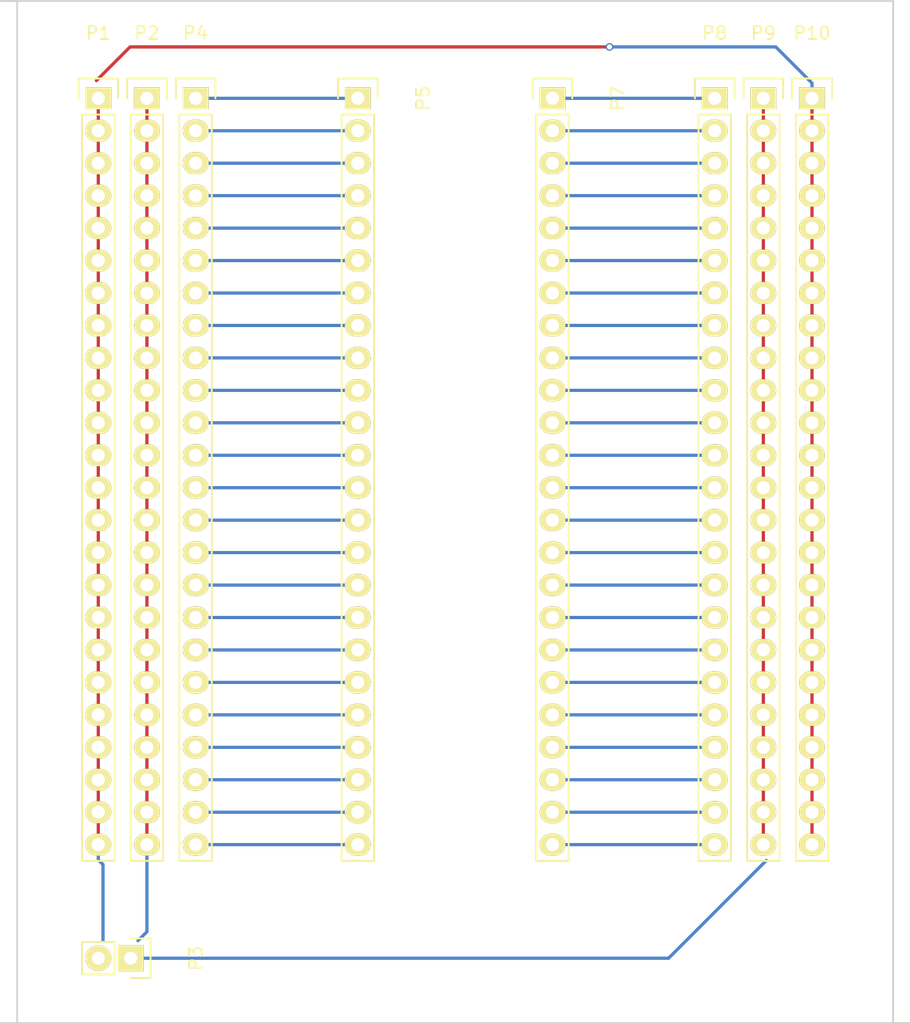
<source format=kicad_pcb>
(kicad_pcb (version 4) (host pcbnew 4.0.4-stable)

  (general
    (links 140)
    (no_connects 0)
    (area 94.026667 101.875 159.973334 180.293333)
    (thickness 1.6)
    (drawings 6)
    (tracks 154)
    (zones 0)
    (modules 9)
    (nets 55)
  )

  (page A4)
  (layers
    (0 F.Cu signal)
    (31 B.Cu signal)
    (32 B.Adhes user)
    (33 F.Adhes user)
    (34 B.Paste user)
    (35 F.Paste user)
    (36 B.SilkS user)
    (37 F.SilkS user)
    (38 B.Mask user)
    (39 F.Mask user)
    (40 Dwgs.User user)
    (41 Cmts.User user)
    (42 Eco1.User user)
    (43 Eco2.User user)
    (44 Edge.Cuts user)
    (45 Margin user)
    (46 B.CrtYd user)
    (47 F.CrtYd user)
    (48 B.Fab user)
    (49 F.Fab user)
  )

  (setup
    (last_trace_width 0.25)
    (trace_clearance 0.2)
    (zone_clearance 0.508)
    (zone_45_only no)
    (trace_min 0.2)
    (segment_width 0.2)
    (edge_width 0.15)
    (via_size 0.6)
    (via_drill 0.4)
    (via_min_size 0.4)
    (via_min_drill 0.3)
    (uvia_size 0.3)
    (uvia_drill 0.1)
    (uvias_allowed no)
    (uvia_min_size 0.2)
    (uvia_min_drill 0.1)
    (pcb_text_width 0.3)
    (pcb_text_size 1.5 1.5)
    (mod_edge_width 0.15)
    (mod_text_size 1 1)
    (mod_text_width 0.15)
    (pad_size 1.524 1.524)
    (pad_drill 0.762)
    (pad_to_mask_clearance 0.2)
    (aux_axis_origin 0 0)
    (visible_elements 7FFFFFFF)
    (pcbplotparams
      (layerselection 0x00030_80000001)
      (usegerberextensions false)
      (excludeedgelayer true)
      (linewidth 0.100000)
      (plotframeref false)
      (viasonmask false)
      (mode 1)
      (useauxorigin false)
      (hpglpennumber 1)
      (hpglpenspeed 20)
      (hpglpendiameter 15)
      (hpglpenoverlay 2)
      (psnegative false)
      (psa4output false)
      (plotreference true)
      (plotvalue true)
      (plotinvisibletext false)
      (padsonsilk false)
      (subtractmaskfromsilk false)
      (outputformat 1)
      (mirror false)
      (drillshape 1)
      (scaleselection 1)
      (outputdirectory ""))
  )

  (net 0 "")
  (net 1 "Net-(P1-Pad1)")
  (net 2 "Net-(P2-Pad1)")
  (net 3 "Net-(P4-Pad1)")
  (net 4 "Net-(P4-Pad2)")
  (net 5 "Net-(P4-Pad3)")
  (net 6 "Net-(P4-Pad4)")
  (net 7 "Net-(P4-Pad5)")
  (net 8 "Net-(P4-Pad6)")
  (net 9 "Net-(P4-Pad7)")
  (net 10 "Net-(P4-Pad8)")
  (net 11 "Net-(P4-Pad9)")
  (net 12 "Net-(P4-Pad10)")
  (net 13 "Net-(P4-Pad11)")
  (net 14 "Net-(P4-Pad12)")
  (net 15 "Net-(P4-Pad13)")
  (net 16 "Net-(P4-Pad14)")
  (net 17 "Net-(P4-Pad15)")
  (net 18 "Net-(P4-Pad16)")
  (net 19 "Net-(P4-Pad17)")
  (net 20 "Net-(P4-Pad18)")
  (net 21 "Net-(P4-Pad19)")
  (net 22 "Net-(P4-Pad20)")
  (net 23 "Net-(P4-Pad21)")
  (net 24 "Net-(P4-Pad22)")
  (net 25 "Net-(P4-Pad23)")
  (net 26 "Net-(P4-Pad24)")
  (net 27 "Net-(P7-Pad1)")
  (net 28 "Net-(P7-Pad2)")
  (net 29 "Net-(P7-Pad3)")
  (net 30 "Net-(P7-Pad4)")
  (net 31 "Net-(P7-Pad5)")
  (net 32 "Net-(P7-Pad6)")
  (net 33 "Net-(P7-Pad7)")
  (net 34 "Net-(P7-Pad8)")
  (net 35 "Net-(P7-Pad9)")
  (net 36 "Net-(P7-Pad10)")
  (net 37 "Net-(P7-Pad11)")
  (net 38 "Net-(P7-Pad12)")
  (net 39 "Net-(P7-Pad13)")
  (net 40 "Net-(P7-Pad14)")
  (net 41 "Net-(P7-Pad15)")
  (net 42 "Net-(P7-Pad16)")
  (net 43 "Net-(P7-Pad17)")
  (net 44 "Net-(P7-Pad18)")
  (net 45 "Net-(P7-Pad19)")
  (net 46 "Net-(P7-Pad20)")
  (net 47 "Net-(P7-Pad21)")
  (net 48 "Net-(P7-Pad22)")
  (net 49 "Net-(P7-Pad23)")
  (net 50 "Net-(P7-Pad24)")
  (net 51 "Net-(P10-Pad1)")
  (net 52 "Net-(P3-Pad1)")
  (net 53 "Net-(P3-Pad2)")
  (net 54 "Net-(P9-Pad1)")

  (net_class Default "This is the default net class."
    (clearance 0.2)
    (trace_width 0.25)
    (via_dia 0.6)
    (via_drill 0.4)
    (uvia_dia 0.3)
    (uvia_drill 0.1)
    (add_net "Net-(P1-Pad1)")
    (add_net "Net-(P10-Pad1)")
    (add_net "Net-(P2-Pad1)")
    (add_net "Net-(P3-Pad1)")
    (add_net "Net-(P3-Pad2)")
    (add_net "Net-(P4-Pad1)")
    (add_net "Net-(P4-Pad10)")
    (add_net "Net-(P4-Pad11)")
    (add_net "Net-(P4-Pad12)")
    (add_net "Net-(P4-Pad13)")
    (add_net "Net-(P4-Pad14)")
    (add_net "Net-(P4-Pad15)")
    (add_net "Net-(P4-Pad16)")
    (add_net "Net-(P4-Pad17)")
    (add_net "Net-(P4-Pad18)")
    (add_net "Net-(P4-Pad19)")
    (add_net "Net-(P4-Pad2)")
    (add_net "Net-(P4-Pad20)")
    (add_net "Net-(P4-Pad21)")
    (add_net "Net-(P4-Pad22)")
    (add_net "Net-(P4-Pad23)")
    (add_net "Net-(P4-Pad24)")
    (add_net "Net-(P4-Pad3)")
    (add_net "Net-(P4-Pad4)")
    (add_net "Net-(P4-Pad5)")
    (add_net "Net-(P4-Pad6)")
    (add_net "Net-(P4-Pad7)")
    (add_net "Net-(P4-Pad8)")
    (add_net "Net-(P4-Pad9)")
    (add_net "Net-(P7-Pad1)")
    (add_net "Net-(P7-Pad10)")
    (add_net "Net-(P7-Pad11)")
    (add_net "Net-(P7-Pad12)")
    (add_net "Net-(P7-Pad13)")
    (add_net "Net-(P7-Pad14)")
    (add_net "Net-(P7-Pad15)")
    (add_net "Net-(P7-Pad16)")
    (add_net "Net-(P7-Pad17)")
    (add_net "Net-(P7-Pad18)")
    (add_net "Net-(P7-Pad19)")
    (add_net "Net-(P7-Pad2)")
    (add_net "Net-(P7-Pad20)")
    (add_net "Net-(P7-Pad21)")
    (add_net "Net-(P7-Pad22)")
    (add_net "Net-(P7-Pad23)")
    (add_net "Net-(P7-Pad24)")
    (add_net "Net-(P7-Pad3)")
    (add_net "Net-(P7-Pad4)")
    (add_net "Net-(P7-Pad5)")
    (add_net "Net-(P7-Pad6)")
    (add_net "Net-(P7-Pad7)")
    (add_net "Net-(P7-Pad8)")
    (add_net "Net-(P7-Pad9)")
    (add_net "Net-(P9-Pad1)")
  )

  (module Pin_Headers:Pin_Header_Straight_1x24 (layer F.Cu) (tedit 0) (tstamp 57F39482)
    (at 99.06 107.95)
    (descr "Through hole pin header")
    (tags "pin header")
    (path /57F3CD0C)
    (fp_text reference P1 (at 0 -5.1) (layer F.SilkS)
      (effects (font (size 1 1) (thickness 0.15)))
    )
    (fp_text value CONN_01X24 (at 0 -3.1) (layer F.Fab)
      (effects (font (size 1 1) (thickness 0.15)))
    )
    (fp_line (start -1.75 -1.75) (end -1.75 60.2) (layer F.CrtYd) (width 0.05))
    (fp_line (start 1.75 -1.75) (end 1.75 60.2) (layer F.CrtYd) (width 0.05))
    (fp_line (start -1.75 -1.75) (end 1.75 -1.75) (layer F.CrtYd) (width 0.05))
    (fp_line (start -1.75 60.2) (end 1.75 60.2) (layer F.CrtYd) (width 0.05))
    (fp_line (start 1.27 1.27) (end 1.27 59.69) (layer F.SilkS) (width 0.15))
    (fp_line (start -1.27 1.27) (end -1.27 59.69) (layer F.SilkS) (width 0.15))
    (fp_line (start -1.27 59.69) (end 1.27 59.69) (layer F.SilkS) (width 0.15))
    (fp_line (start 1.55 -1.55) (end 1.55 0) (layer F.SilkS) (width 0.15))
    (fp_line (start 1.27 1.27) (end -1.27 1.27) (layer F.SilkS) (width 0.15))
    (fp_line (start -1.55 0) (end -1.55 -1.55) (layer F.SilkS) (width 0.15))
    (fp_line (start -1.55 -1.55) (end 1.55 -1.55) (layer F.SilkS) (width 0.15))
    (pad 1 thru_hole rect (at 0 0) (size 2.032 1.7272) (drill 1.016) (layers *.Cu *.Mask F.SilkS)
      (net 1 "Net-(P1-Pad1)"))
    (pad 2 thru_hole oval (at 0 2.54) (size 2.032 1.7272) (drill 1.016) (layers *.Cu *.Mask F.SilkS)
      (net 1 "Net-(P1-Pad1)"))
    (pad 3 thru_hole oval (at 0 5.08) (size 2.032 1.7272) (drill 1.016) (layers *.Cu *.Mask F.SilkS)
      (net 1 "Net-(P1-Pad1)"))
    (pad 4 thru_hole oval (at 0 7.62) (size 2.032 1.7272) (drill 1.016) (layers *.Cu *.Mask F.SilkS)
      (net 1 "Net-(P1-Pad1)"))
    (pad 5 thru_hole oval (at 0 10.16) (size 2.032 1.7272) (drill 1.016) (layers *.Cu *.Mask F.SilkS)
      (net 1 "Net-(P1-Pad1)"))
    (pad 6 thru_hole oval (at 0 12.7) (size 2.032 1.7272) (drill 1.016) (layers *.Cu *.Mask F.SilkS)
      (net 1 "Net-(P1-Pad1)"))
    (pad 7 thru_hole oval (at 0 15.24) (size 2.032 1.7272) (drill 1.016) (layers *.Cu *.Mask F.SilkS)
      (net 1 "Net-(P1-Pad1)"))
    (pad 8 thru_hole oval (at 0 17.78) (size 2.032 1.7272) (drill 1.016) (layers *.Cu *.Mask F.SilkS)
      (net 1 "Net-(P1-Pad1)"))
    (pad 9 thru_hole oval (at 0 20.32) (size 2.032 1.7272) (drill 1.016) (layers *.Cu *.Mask F.SilkS)
      (net 1 "Net-(P1-Pad1)"))
    (pad 10 thru_hole oval (at 0 22.86) (size 2.032 1.7272) (drill 1.016) (layers *.Cu *.Mask F.SilkS)
      (net 1 "Net-(P1-Pad1)"))
    (pad 11 thru_hole oval (at 0 25.4) (size 2.032 1.7272) (drill 1.016) (layers *.Cu *.Mask F.SilkS)
      (net 1 "Net-(P1-Pad1)"))
    (pad 12 thru_hole oval (at 0 27.94) (size 2.032 1.7272) (drill 1.016) (layers *.Cu *.Mask F.SilkS)
      (net 1 "Net-(P1-Pad1)"))
    (pad 13 thru_hole oval (at 0 30.48) (size 2.032 1.7272) (drill 1.016) (layers *.Cu *.Mask F.SilkS)
      (net 1 "Net-(P1-Pad1)"))
    (pad 14 thru_hole oval (at 0 33.02) (size 2.032 1.7272) (drill 1.016) (layers *.Cu *.Mask F.SilkS)
      (net 1 "Net-(P1-Pad1)"))
    (pad 15 thru_hole oval (at 0 35.56) (size 2.032 1.7272) (drill 1.016) (layers *.Cu *.Mask F.SilkS)
      (net 1 "Net-(P1-Pad1)"))
    (pad 16 thru_hole oval (at 0 38.1) (size 2.032 1.7272) (drill 1.016) (layers *.Cu *.Mask F.SilkS)
      (net 1 "Net-(P1-Pad1)"))
    (pad 17 thru_hole oval (at 0 40.64) (size 2.032 1.7272) (drill 1.016) (layers *.Cu *.Mask F.SilkS)
      (net 1 "Net-(P1-Pad1)"))
    (pad 18 thru_hole oval (at 0 43.18) (size 2.032 1.7272) (drill 1.016) (layers *.Cu *.Mask F.SilkS)
      (net 1 "Net-(P1-Pad1)"))
    (pad 19 thru_hole oval (at 0 45.72) (size 2.032 1.7272) (drill 1.016) (layers *.Cu *.Mask F.SilkS)
      (net 1 "Net-(P1-Pad1)"))
    (pad 20 thru_hole oval (at 0 48.26) (size 2.032 1.7272) (drill 1.016) (layers *.Cu *.Mask F.SilkS)
      (net 1 "Net-(P1-Pad1)"))
    (pad 21 thru_hole oval (at 0 50.8) (size 2.032 1.7272) (drill 1.016) (layers *.Cu *.Mask F.SilkS)
      (net 1 "Net-(P1-Pad1)"))
    (pad 22 thru_hole oval (at 0 53.34) (size 2.032 1.7272) (drill 1.016) (layers *.Cu *.Mask F.SilkS)
      (net 1 "Net-(P1-Pad1)"))
    (pad 23 thru_hole oval (at 0 55.88) (size 2.032 1.7272) (drill 1.016) (layers *.Cu *.Mask F.SilkS)
      (net 1 "Net-(P1-Pad1)"))
    (pad 24 thru_hole oval (at 0 58.42) (size 2.032 1.7272) (drill 1.016) (layers *.Cu *.Mask F.SilkS)
      (net 1 "Net-(P1-Pad1)"))
    (model Pin_Headers.3dshapes/Pin_Header_Straight_1x24.wrl
      (at (xyz 0 -1.15 0))
      (scale (xyz 1 1 1))
      (rotate (xyz 0 0 90))
    )
  )

  (module Pin_Headers:Pin_Header_Straight_1x24 (layer F.Cu) (tedit 0) (tstamp 57F3949E)
    (at 102.87 107.95)
    (descr "Through hole pin header")
    (tags "pin header")
    (path /57F3E312)
    (fp_text reference P2 (at 0 -5.1) (layer F.SilkS)
      (effects (font (size 1 1) (thickness 0.15)))
    )
    (fp_text value CONN_01X24 (at 0 -3.1) (layer F.Fab)
      (effects (font (size 1 1) (thickness 0.15)))
    )
    (fp_line (start -1.75 -1.75) (end -1.75 60.2) (layer F.CrtYd) (width 0.05))
    (fp_line (start 1.75 -1.75) (end 1.75 60.2) (layer F.CrtYd) (width 0.05))
    (fp_line (start -1.75 -1.75) (end 1.75 -1.75) (layer F.CrtYd) (width 0.05))
    (fp_line (start -1.75 60.2) (end 1.75 60.2) (layer F.CrtYd) (width 0.05))
    (fp_line (start 1.27 1.27) (end 1.27 59.69) (layer F.SilkS) (width 0.15))
    (fp_line (start -1.27 1.27) (end -1.27 59.69) (layer F.SilkS) (width 0.15))
    (fp_line (start -1.27 59.69) (end 1.27 59.69) (layer F.SilkS) (width 0.15))
    (fp_line (start 1.55 -1.55) (end 1.55 0) (layer F.SilkS) (width 0.15))
    (fp_line (start 1.27 1.27) (end -1.27 1.27) (layer F.SilkS) (width 0.15))
    (fp_line (start -1.55 0) (end -1.55 -1.55) (layer F.SilkS) (width 0.15))
    (fp_line (start -1.55 -1.55) (end 1.55 -1.55) (layer F.SilkS) (width 0.15))
    (pad 1 thru_hole rect (at 0 0) (size 2.032 1.7272) (drill 1.016) (layers *.Cu *.Mask F.SilkS)
      (net 2 "Net-(P2-Pad1)"))
    (pad 2 thru_hole oval (at 0 2.54) (size 2.032 1.7272) (drill 1.016) (layers *.Cu *.Mask F.SilkS)
      (net 2 "Net-(P2-Pad1)"))
    (pad 3 thru_hole oval (at 0 5.08) (size 2.032 1.7272) (drill 1.016) (layers *.Cu *.Mask F.SilkS)
      (net 2 "Net-(P2-Pad1)"))
    (pad 4 thru_hole oval (at 0 7.62) (size 2.032 1.7272) (drill 1.016) (layers *.Cu *.Mask F.SilkS)
      (net 2 "Net-(P2-Pad1)"))
    (pad 5 thru_hole oval (at 0 10.16) (size 2.032 1.7272) (drill 1.016) (layers *.Cu *.Mask F.SilkS)
      (net 2 "Net-(P2-Pad1)"))
    (pad 6 thru_hole oval (at 0 12.7) (size 2.032 1.7272) (drill 1.016) (layers *.Cu *.Mask F.SilkS)
      (net 2 "Net-(P2-Pad1)"))
    (pad 7 thru_hole oval (at 0 15.24) (size 2.032 1.7272) (drill 1.016) (layers *.Cu *.Mask F.SilkS)
      (net 2 "Net-(P2-Pad1)"))
    (pad 8 thru_hole oval (at 0 17.78) (size 2.032 1.7272) (drill 1.016) (layers *.Cu *.Mask F.SilkS)
      (net 2 "Net-(P2-Pad1)"))
    (pad 9 thru_hole oval (at 0 20.32) (size 2.032 1.7272) (drill 1.016) (layers *.Cu *.Mask F.SilkS)
      (net 2 "Net-(P2-Pad1)"))
    (pad 10 thru_hole oval (at 0 22.86) (size 2.032 1.7272) (drill 1.016) (layers *.Cu *.Mask F.SilkS)
      (net 2 "Net-(P2-Pad1)"))
    (pad 11 thru_hole oval (at 0 25.4) (size 2.032 1.7272) (drill 1.016) (layers *.Cu *.Mask F.SilkS)
      (net 2 "Net-(P2-Pad1)"))
    (pad 12 thru_hole oval (at 0 27.94) (size 2.032 1.7272) (drill 1.016) (layers *.Cu *.Mask F.SilkS)
      (net 2 "Net-(P2-Pad1)"))
    (pad 13 thru_hole oval (at 0 30.48) (size 2.032 1.7272) (drill 1.016) (layers *.Cu *.Mask F.SilkS)
      (net 2 "Net-(P2-Pad1)"))
    (pad 14 thru_hole oval (at 0 33.02) (size 2.032 1.7272) (drill 1.016) (layers *.Cu *.Mask F.SilkS)
      (net 2 "Net-(P2-Pad1)"))
    (pad 15 thru_hole oval (at 0 35.56) (size 2.032 1.7272) (drill 1.016) (layers *.Cu *.Mask F.SilkS)
      (net 2 "Net-(P2-Pad1)"))
    (pad 16 thru_hole oval (at 0 38.1) (size 2.032 1.7272) (drill 1.016) (layers *.Cu *.Mask F.SilkS)
      (net 2 "Net-(P2-Pad1)"))
    (pad 17 thru_hole oval (at 0 40.64) (size 2.032 1.7272) (drill 1.016) (layers *.Cu *.Mask F.SilkS)
      (net 2 "Net-(P2-Pad1)"))
    (pad 18 thru_hole oval (at 0 43.18) (size 2.032 1.7272) (drill 1.016) (layers *.Cu *.Mask F.SilkS)
      (net 2 "Net-(P2-Pad1)"))
    (pad 19 thru_hole oval (at 0 45.72) (size 2.032 1.7272) (drill 1.016) (layers *.Cu *.Mask F.SilkS)
      (net 2 "Net-(P2-Pad1)"))
    (pad 20 thru_hole oval (at 0 48.26) (size 2.032 1.7272) (drill 1.016) (layers *.Cu *.Mask F.SilkS)
      (net 2 "Net-(P2-Pad1)"))
    (pad 21 thru_hole oval (at 0 50.8) (size 2.032 1.7272) (drill 1.016) (layers *.Cu *.Mask F.SilkS)
      (net 2 "Net-(P2-Pad1)"))
    (pad 22 thru_hole oval (at 0 53.34) (size 2.032 1.7272) (drill 1.016) (layers *.Cu *.Mask F.SilkS)
      (net 2 "Net-(P2-Pad1)"))
    (pad 23 thru_hole oval (at 0 55.88) (size 2.032 1.7272) (drill 1.016) (layers *.Cu *.Mask F.SilkS)
      (net 2 "Net-(P2-Pad1)"))
    (pad 24 thru_hole oval (at 0 58.42) (size 2.032 1.7272) (drill 1.016) (layers *.Cu *.Mask F.SilkS)
      (net 2 "Net-(P2-Pad1)"))
    (model Pin_Headers.3dshapes/Pin_Header_Straight_1x24.wrl
      (at (xyz 0 -1.15 0))
      (scale (xyz 1 1 1))
      (rotate (xyz 0 0 90))
    )
  )

  (module Pin_Headers:Pin_Header_Straight_1x02 (layer F.Cu) (tedit 54EA090C) (tstamp 57F394A4)
    (at 101.6 175.26 270)
    (descr "Through hole pin header")
    (tags "pin header")
    (path /57F329D4)
    (fp_text reference P3 (at 0 -5.1 270) (layer F.SilkS)
      (effects (font (size 1 1) (thickness 0.15)))
    )
    (fp_text value CONN_01X02 (at 0 -3.1 270) (layer F.Fab)
      (effects (font (size 1 1) (thickness 0.15)))
    )
    (fp_line (start 1.27 1.27) (end 1.27 3.81) (layer F.SilkS) (width 0.15))
    (fp_line (start 1.55 -1.55) (end 1.55 0) (layer F.SilkS) (width 0.15))
    (fp_line (start -1.75 -1.75) (end -1.75 4.3) (layer F.CrtYd) (width 0.05))
    (fp_line (start 1.75 -1.75) (end 1.75 4.3) (layer F.CrtYd) (width 0.05))
    (fp_line (start -1.75 -1.75) (end 1.75 -1.75) (layer F.CrtYd) (width 0.05))
    (fp_line (start -1.75 4.3) (end 1.75 4.3) (layer F.CrtYd) (width 0.05))
    (fp_line (start 1.27 1.27) (end -1.27 1.27) (layer F.SilkS) (width 0.15))
    (fp_line (start -1.55 0) (end -1.55 -1.55) (layer F.SilkS) (width 0.15))
    (fp_line (start -1.55 -1.55) (end 1.55 -1.55) (layer F.SilkS) (width 0.15))
    (fp_line (start -1.27 1.27) (end -1.27 3.81) (layer F.SilkS) (width 0.15))
    (fp_line (start -1.27 3.81) (end 1.27 3.81) (layer F.SilkS) (width 0.15))
    (pad 1 thru_hole rect (at 0 0 270) (size 2.032 2.032) (drill 1.016) (layers *.Cu *.Mask F.SilkS)
      (net 52 "Net-(P3-Pad1)"))
    (pad 2 thru_hole oval (at 0 2.54 270) (size 2.032 2.032) (drill 1.016) (layers *.Cu *.Mask F.SilkS)
      (net 53 "Net-(P3-Pad2)"))
    (model Pin_Headers.3dshapes/Pin_Header_Straight_1x02.wrl
      (at (xyz 0 -0.05 0))
      (scale (xyz 1 1 1))
      (rotate (xyz 0 0 90))
    )
  )

  (module Pin_Headers:Pin_Header_Straight_1x24 (layer F.Cu) (tedit 0) (tstamp 57F394C0)
    (at 106.68 107.95)
    (descr "Through hole pin header")
    (tags "pin header")
    (path /57F3265A)
    (fp_text reference P4 (at 0 -5.1) (layer F.SilkS)
      (effects (font (size 1 1) (thickness 0.15)))
    )
    (fp_text value CONN_01X24 (at 0 -3.1) (layer F.Fab)
      (effects (font (size 1 1) (thickness 0.15)))
    )
    (fp_line (start -1.75 -1.75) (end -1.75 60.2) (layer F.CrtYd) (width 0.05))
    (fp_line (start 1.75 -1.75) (end 1.75 60.2) (layer F.CrtYd) (width 0.05))
    (fp_line (start -1.75 -1.75) (end 1.75 -1.75) (layer F.CrtYd) (width 0.05))
    (fp_line (start -1.75 60.2) (end 1.75 60.2) (layer F.CrtYd) (width 0.05))
    (fp_line (start 1.27 1.27) (end 1.27 59.69) (layer F.SilkS) (width 0.15))
    (fp_line (start -1.27 1.27) (end -1.27 59.69) (layer F.SilkS) (width 0.15))
    (fp_line (start -1.27 59.69) (end 1.27 59.69) (layer F.SilkS) (width 0.15))
    (fp_line (start 1.55 -1.55) (end 1.55 0) (layer F.SilkS) (width 0.15))
    (fp_line (start 1.27 1.27) (end -1.27 1.27) (layer F.SilkS) (width 0.15))
    (fp_line (start -1.55 0) (end -1.55 -1.55) (layer F.SilkS) (width 0.15))
    (fp_line (start -1.55 -1.55) (end 1.55 -1.55) (layer F.SilkS) (width 0.15))
    (pad 1 thru_hole rect (at 0 0) (size 2.032 1.7272) (drill 1.016) (layers *.Cu *.Mask F.SilkS)
      (net 3 "Net-(P4-Pad1)"))
    (pad 2 thru_hole oval (at 0 2.54) (size 2.032 1.7272) (drill 1.016) (layers *.Cu *.Mask F.SilkS)
      (net 4 "Net-(P4-Pad2)"))
    (pad 3 thru_hole oval (at 0 5.08) (size 2.032 1.7272) (drill 1.016) (layers *.Cu *.Mask F.SilkS)
      (net 5 "Net-(P4-Pad3)"))
    (pad 4 thru_hole oval (at 0 7.62) (size 2.032 1.7272) (drill 1.016) (layers *.Cu *.Mask F.SilkS)
      (net 6 "Net-(P4-Pad4)"))
    (pad 5 thru_hole oval (at 0 10.16) (size 2.032 1.7272) (drill 1.016) (layers *.Cu *.Mask F.SilkS)
      (net 7 "Net-(P4-Pad5)"))
    (pad 6 thru_hole oval (at 0 12.7) (size 2.032 1.7272) (drill 1.016) (layers *.Cu *.Mask F.SilkS)
      (net 8 "Net-(P4-Pad6)"))
    (pad 7 thru_hole oval (at 0 15.24) (size 2.032 1.7272) (drill 1.016) (layers *.Cu *.Mask F.SilkS)
      (net 9 "Net-(P4-Pad7)"))
    (pad 8 thru_hole oval (at 0 17.78) (size 2.032 1.7272) (drill 1.016) (layers *.Cu *.Mask F.SilkS)
      (net 10 "Net-(P4-Pad8)"))
    (pad 9 thru_hole oval (at 0 20.32) (size 2.032 1.7272) (drill 1.016) (layers *.Cu *.Mask F.SilkS)
      (net 11 "Net-(P4-Pad9)"))
    (pad 10 thru_hole oval (at 0 22.86) (size 2.032 1.7272) (drill 1.016) (layers *.Cu *.Mask F.SilkS)
      (net 12 "Net-(P4-Pad10)"))
    (pad 11 thru_hole oval (at 0 25.4) (size 2.032 1.7272) (drill 1.016) (layers *.Cu *.Mask F.SilkS)
      (net 13 "Net-(P4-Pad11)"))
    (pad 12 thru_hole oval (at 0 27.94) (size 2.032 1.7272) (drill 1.016) (layers *.Cu *.Mask F.SilkS)
      (net 14 "Net-(P4-Pad12)"))
    (pad 13 thru_hole oval (at 0 30.48) (size 2.032 1.7272) (drill 1.016) (layers *.Cu *.Mask F.SilkS)
      (net 15 "Net-(P4-Pad13)"))
    (pad 14 thru_hole oval (at 0 33.02) (size 2.032 1.7272) (drill 1.016) (layers *.Cu *.Mask F.SilkS)
      (net 16 "Net-(P4-Pad14)"))
    (pad 15 thru_hole oval (at 0 35.56) (size 2.032 1.7272) (drill 1.016) (layers *.Cu *.Mask F.SilkS)
      (net 17 "Net-(P4-Pad15)"))
    (pad 16 thru_hole oval (at 0 38.1) (size 2.032 1.7272) (drill 1.016) (layers *.Cu *.Mask F.SilkS)
      (net 18 "Net-(P4-Pad16)"))
    (pad 17 thru_hole oval (at 0 40.64) (size 2.032 1.7272) (drill 1.016) (layers *.Cu *.Mask F.SilkS)
      (net 19 "Net-(P4-Pad17)"))
    (pad 18 thru_hole oval (at 0 43.18) (size 2.032 1.7272) (drill 1.016) (layers *.Cu *.Mask F.SilkS)
      (net 20 "Net-(P4-Pad18)"))
    (pad 19 thru_hole oval (at 0 45.72) (size 2.032 1.7272) (drill 1.016) (layers *.Cu *.Mask F.SilkS)
      (net 21 "Net-(P4-Pad19)"))
    (pad 20 thru_hole oval (at 0 48.26) (size 2.032 1.7272) (drill 1.016) (layers *.Cu *.Mask F.SilkS)
      (net 22 "Net-(P4-Pad20)"))
    (pad 21 thru_hole oval (at 0 50.8) (size 2.032 1.7272) (drill 1.016) (layers *.Cu *.Mask F.SilkS)
      (net 23 "Net-(P4-Pad21)"))
    (pad 22 thru_hole oval (at 0 53.34) (size 2.032 1.7272) (drill 1.016) (layers *.Cu *.Mask F.SilkS)
      (net 24 "Net-(P4-Pad22)"))
    (pad 23 thru_hole oval (at 0 55.88) (size 2.032 1.7272) (drill 1.016) (layers *.Cu *.Mask F.SilkS)
      (net 25 "Net-(P4-Pad23)"))
    (pad 24 thru_hole oval (at 0 58.42) (size 2.032 1.7272) (drill 1.016) (layers *.Cu *.Mask F.SilkS)
      (net 26 "Net-(P4-Pad24)"))
    (model Pin_Headers.3dshapes/Pin_Header_Straight_1x24.wrl
      (at (xyz 0 -1.15 0))
      (scale (xyz 1 1 1))
      (rotate (xyz 0 0 90))
    )
  )

  (module Socket_Strips:Socket_Strip_Straight_1x24 (layer F.Cu) (tedit 0) (tstamp 57F394DC)
    (at 119.38 107.95 270)
    (descr "Through hole socket strip")
    (tags "socket strip")
    (path /57F31F19)
    (fp_text reference P5 (at 0 -5.1 270) (layer F.SilkS)
      (effects (font (size 1 1) (thickness 0.15)))
    )
    (fp_text value CONN_01X24 (at 0 -3.1 270) (layer F.Fab)
      (effects (font (size 1 1) (thickness 0.15)))
    )
    (fp_line (start -1.75 -1.75) (end -1.75 1.75) (layer F.CrtYd) (width 0.05))
    (fp_line (start 60.2 -1.75) (end 60.2 1.75) (layer F.CrtYd) (width 0.05))
    (fp_line (start -1.75 -1.75) (end 60.2 -1.75) (layer F.CrtYd) (width 0.05))
    (fp_line (start -1.75 1.75) (end 60.2 1.75) (layer F.CrtYd) (width 0.05))
    (fp_line (start 1.27 1.27) (end 59.69 1.27) (layer F.SilkS) (width 0.15))
    (fp_line (start 1.27 -1.27) (end 59.69 -1.27) (layer F.SilkS) (width 0.15))
    (fp_line (start 59.69 -1.27) (end 59.69 1.27) (layer F.SilkS) (width 0.15))
    (fp_line (start -1.55 1.55) (end 0 1.55) (layer F.SilkS) (width 0.15))
    (fp_line (start 1.27 1.27) (end 1.27 -1.27) (layer F.SilkS) (width 0.15))
    (fp_line (start 0 -1.55) (end -1.55 -1.55) (layer F.SilkS) (width 0.15))
    (fp_line (start -1.55 -1.55) (end -1.55 1.55) (layer F.SilkS) (width 0.15))
    (pad 1 thru_hole rect (at 0 0 270) (size 1.7272 2.032) (drill 1.016) (layers *.Cu *.Mask F.SilkS)
      (net 3 "Net-(P4-Pad1)"))
    (pad 2 thru_hole oval (at 2.54 0 270) (size 1.7272 2.032) (drill 1.016) (layers *.Cu *.Mask F.SilkS)
      (net 4 "Net-(P4-Pad2)"))
    (pad 3 thru_hole oval (at 5.08 0 270) (size 1.7272 2.032) (drill 1.016) (layers *.Cu *.Mask F.SilkS)
      (net 5 "Net-(P4-Pad3)"))
    (pad 4 thru_hole oval (at 7.62 0 270) (size 1.7272 2.032) (drill 1.016) (layers *.Cu *.Mask F.SilkS)
      (net 6 "Net-(P4-Pad4)"))
    (pad 5 thru_hole oval (at 10.16 0 270) (size 1.7272 2.032) (drill 1.016) (layers *.Cu *.Mask F.SilkS)
      (net 7 "Net-(P4-Pad5)"))
    (pad 6 thru_hole oval (at 12.7 0 270) (size 1.7272 2.032) (drill 1.016) (layers *.Cu *.Mask F.SilkS)
      (net 8 "Net-(P4-Pad6)"))
    (pad 7 thru_hole oval (at 15.24 0 270) (size 1.7272 2.032) (drill 1.016) (layers *.Cu *.Mask F.SilkS)
      (net 9 "Net-(P4-Pad7)"))
    (pad 8 thru_hole oval (at 17.78 0 270) (size 1.7272 2.032) (drill 1.016) (layers *.Cu *.Mask F.SilkS)
      (net 10 "Net-(P4-Pad8)"))
    (pad 9 thru_hole oval (at 20.32 0 270) (size 1.7272 2.032) (drill 1.016) (layers *.Cu *.Mask F.SilkS)
      (net 11 "Net-(P4-Pad9)"))
    (pad 10 thru_hole oval (at 22.86 0 270) (size 1.7272 2.032) (drill 1.016) (layers *.Cu *.Mask F.SilkS)
      (net 12 "Net-(P4-Pad10)"))
    (pad 11 thru_hole oval (at 25.4 0 270) (size 1.7272 2.032) (drill 1.016) (layers *.Cu *.Mask F.SilkS)
      (net 13 "Net-(P4-Pad11)"))
    (pad 12 thru_hole oval (at 27.94 0 270) (size 1.7272 2.032) (drill 1.016) (layers *.Cu *.Mask F.SilkS)
      (net 14 "Net-(P4-Pad12)"))
    (pad 13 thru_hole oval (at 30.48 0 270) (size 1.7272 2.032) (drill 1.016) (layers *.Cu *.Mask F.SilkS)
      (net 15 "Net-(P4-Pad13)"))
    (pad 14 thru_hole oval (at 33.02 0 270) (size 1.7272 2.032) (drill 1.016) (layers *.Cu *.Mask F.SilkS)
      (net 16 "Net-(P4-Pad14)"))
    (pad 15 thru_hole oval (at 35.56 0 270) (size 1.7272 2.032) (drill 1.016) (layers *.Cu *.Mask F.SilkS)
      (net 17 "Net-(P4-Pad15)"))
    (pad 16 thru_hole oval (at 38.1 0 270) (size 1.7272 2.032) (drill 1.016) (layers *.Cu *.Mask F.SilkS)
      (net 18 "Net-(P4-Pad16)"))
    (pad 17 thru_hole oval (at 40.64 0 270) (size 1.7272 2.032) (drill 1.016) (layers *.Cu *.Mask F.SilkS)
      (net 19 "Net-(P4-Pad17)"))
    (pad 18 thru_hole oval (at 43.18 0 270) (size 1.7272 2.032) (drill 1.016) (layers *.Cu *.Mask F.SilkS)
      (net 20 "Net-(P4-Pad18)"))
    (pad 19 thru_hole oval (at 45.72 0 270) (size 1.7272 2.032) (drill 1.016) (layers *.Cu *.Mask F.SilkS)
      (net 21 "Net-(P4-Pad19)"))
    (pad 20 thru_hole oval (at 48.26 0 270) (size 1.7272 2.032) (drill 1.016) (layers *.Cu *.Mask F.SilkS)
      (net 22 "Net-(P4-Pad20)"))
    (pad 21 thru_hole oval (at 50.8 0 270) (size 1.7272 2.032) (drill 1.016) (layers *.Cu *.Mask F.SilkS)
      (net 23 "Net-(P4-Pad21)"))
    (pad 22 thru_hole oval (at 53.34 0 270) (size 1.7272 2.032) (drill 1.016) (layers *.Cu *.Mask F.SilkS)
      (net 24 "Net-(P4-Pad22)"))
    (pad 23 thru_hole oval (at 55.88 0 270) (size 1.7272 2.032) (drill 1.016) (layers *.Cu *.Mask F.SilkS)
      (net 25 "Net-(P4-Pad23)"))
    (pad 24 thru_hole oval (at 58.42 0 270) (size 1.7272 2.032) (drill 1.016) (layers *.Cu *.Mask F.SilkS)
      (net 26 "Net-(P4-Pad24)"))
    (model Socket_Strips.3dshapes/Socket_Strip_Straight_1x24.wrl
      (at (xyz 1.15 0 0))
      (scale (xyz 1 1 1))
      (rotate (xyz 0 0 180))
    )
  )

  (module Socket_Strips:Socket_Strip_Straight_1x24 (layer F.Cu) (tedit 0) (tstamp 57F394F8)
    (at 134.62 107.95 270)
    (descr "Through hole socket strip")
    (tags "socket strip")
    (path /57F38D5E)
    (fp_text reference P7 (at 0 -5.1 270) (layer F.SilkS)
      (effects (font (size 1 1) (thickness 0.15)))
    )
    (fp_text value CONN_01X24 (at 0 -3.1 270) (layer F.Fab)
      (effects (font (size 1 1) (thickness 0.15)))
    )
    (fp_line (start -1.75 -1.75) (end -1.75 1.75) (layer F.CrtYd) (width 0.05))
    (fp_line (start 60.2 -1.75) (end 60.2 1.75) (layer F.CrtYd) (width 0.05))
    (fp_line (start -1.75 -1.75) (end 60.2 -1.75) (layer F.CrtYd) (width 0.05))
    (fp_line (start -1.75 1.75) (end 60.2 1.75) (layer F.CrtYd) (width 0.05))
    (fp_line (start 1.27 1.27) (end 59.69 1.27) (layer F.SilkS) (width 0.15))
    (fp_line (start 1.27 -1.27) (end 59.69 -1.27) (layer F.SilkS) (width 0.15))
    (fp_line (start 59.69 -1.27) (end 59.69 1.27) (layer F.SilkS) (width 0.15))
    (fp_line (start -1.55 1.55) (end 0 1.55) (layer F.SilkS) (width 0.15))
    (fp_line (start 1.27 1.27) (end 1.27 -1.27) (layer F.SilkS) (width 0.15))
    (fp_line (start 0 -1.55) (end -1.55 -1.55) (layer F.SilkS) (width 0.15))
    (fp_line (start -1.55 -1.55) (end -1.55 1.55) (layer F.SilkS) (width 0.15))
    (pad 1 thru_hole rect (at 0 0 270) (size 1.7272 2.032) (drill 1.016) (layers *.Cu *.Mask F.SilkS)
      (net 27 "Net-(P7-Pad1)"))
    (pad 2 thru_hole oval (at 2.54 0 270) (size 1.7272 2.032) (drill 1.016) (layers *.Cu *.Mask F.SilkS)
      (net 28 "Net-(P7-Pad2)"))
    (pad 3 thru_hole oval (at 5.08 0 270) (size 1.7272 2.032) (drill 1.016) (layers *.Cu *.Mask F.SilkS)
      (net 29 "Net-(P7-Pad3)"))
    (pad 4 thru_hole oval (at 7.62 0 270) (size 1.7272 2.032) (drill 1.016) (layers *.Cu *.Mask F.SilkS)
      (net 30 "Net-(P7-Pad4)"))
    (pad 5 thru_hole oval (at 10.16 0 270) (size 1.7272 2.032) (drill 1.016) (layers *.Cu *.Mask F.SilkS)
      (net 31 "Net-(P7-Pad5)"))
    (pad 6 thru_hole oval (at 12.7 0 270) (size 1.7272 2.032) (drill 1.016) (layers *.Cu *.Mask F.SilkS)
      (net 32 "Net-(P7-Pad6)"))
    (pad 7 thru_hole oval (at 15.24 0 270) (size 1.7272 2.032) (drill 1.016) (layers *.Cu *.Mask F.SilkS)
      (net 33 "Net-(P7-Pad7)"))
    (pad 8 thru_hole oval (at 17.78 0 270) (size 1.7272 2.032) (drill 1.016) (layers *.Cu *.Mask F.SilkS)
      (net 34 "Net-(P7-Pad8)"))
    (pad 9 thru_hole oval (at 20.32 0 270) (size 1.7272 2.032) (drill 1.016) (layers *.Cu *.Mask F.SilkS)
      (net 35 "Net-(P7-Pad9)"))
    (pad 10 thru_hole oval (at 22.86 0 270) (size 1.7272 2.032) (drill 1.016) (layers *.Cu *.Mask F.SilkS)
      (net 36 "Net-(P7-Pad10)"))
    (pad 11 thru_hole oval (at 25.4 0 270) (size 1.7272 2.032) (drill 1.016) (layers *.Cu *.Mask F.SilkS)
      (net 37 "Net-(P7-Pad11)"))
    (pad 12 thru_hole oval (at 27.94 0 270) (size 1.7272 2.032) (drill 1.016) (layers *.Cu *.Mask F.SilkS)
      (net 38 "Net-(P7-Pad12)"))
    (pad 13 thru_hole oval (at 30.48 0 270) (size 1.7272 2.032) (drill 1.016) (layers *.Cu *.Mask F.SilkS)
      (net 39 "Net-(P7-Pad13)"))
    (pad 14 thru_hole oval (at 33.02 0 270) (size 1.7272 2.032) (drill 1.016) (layers *.Cu *.Mask F.SilkS)
      (net 40 "Net-(P7-Pad14)"))
    (pad 15 thru_hole oval (at 35.56 0 270) (size 1.7272 2.032) (drill 1.016) (layers *.Cu *.Mask F.SilkS)
      (net 41 "Net-(P7-Pad15)"))
    (pad 16 thru_hole oval (at 38.1 0 270) (size 1.7272 2.032) (drill 1.016) (layers *.Cu *.Mask F.SilkS)
      (net 42 "Net-(P7-Pad16)"))
    (pad 17 thru_hole oval (at 40.64 0 270) (size 1.7272 2.032) (drill 1.016) (layers *.Cu *.Mask F.SilkS)
      (net 43 "Net-(P7-Pad17)"))
    (pad 18 thru_hole oval (at 43.18 0 270) (size 1.7272 2.032) (drill 1.016) (layers *.Cu *.Mask F.SilkS)
      (net 44 "Net-(P7-Pad18)"))
    (pad 19 thru_hole oval (at 45.72 0 270) (size 1.7272 2.032) (drill 1.016) (layers *.Cu *.Mask F.SilkS)
      (net 45 "Net-(P7-Pad19)"))
    (pad 20 thru_hole oval (at 48.26 0 270) (size 1.7272 2.032) (drill 1.016) (layers *.Cu *.Mask F.SilkS)
      (net 46 "Net-(P7-Pad20)"))
    (pad 21 thru_hole oval (at 50.8 0 270) (size 1.7272 2.032) (drill 1.016) (layers *.Cu *.Mask F.SilkS)
      (net 47 "Net-(P7-Pad21)"))
    (pad 22 thru_hole oval (at 53.34 0 270) (size 1.7272 2.032) (drill 1.016) (layers *.Cu *.Mask F.SilkS)
      (net 48 "Net-(P7-Pad22)"))
    (pad 23 thru_hole oval (at 55.88 0 270) (size 1.7272 2.032) (drill 1.016) (layers *.Cu *.Mask F.SilkS)
      (net 49 "Net-(P7-Pad23)"))
    (pad 24 thru_hole oval (at 58.42 0 270) (size 1.7272 2.032) (drill 1.016) (layers *.Cu *.Mask F.SilkS)
      (net 50 "Net-(P7-Pad24)"))
    (model Socket_Strips.3dshapes/Socket_Strip_Straight_1x24.wrl
      (at (xyz 1.15 0 0))
      (scale (xyz 1 1 1))
      (rotate (xyz 0 0 180))
    )
  )

  (module Pin_Headers:Pin_Header_Straight_1x24 (layer F.Cu) (tedit 0) (tstamp 57F39514)
    (at 147.32 107.95)
    (descr "Through hole pin header")
    (tags "pin header")
    (path /57F38D70)
    (fp_text reference P8 (at 0 -5.1) (layer F.SilkS)
      (effects (font (size 1 1) (thickness 0.15)))
    )
    (fp_text value CONN_01X24 (at 0 -3.1) (layer F.Fab)
      (effects (font (size 1 1) (thickness 0.15)))
    )
    (fp_line (start -1.75 -1.75) (end -1.75 60.2) (layer F.CrtYd) (width 0.05))
    (fp_line (start 1.75 -1.75) (end 1.75 60.2) (layer F.CrtYd) (width 0.05))
    (fp_line (start -1.75 -1.75) (end 1.75 -1.75) (layer F.CrtYd) (width 0.05))
    (fp_line (start -1.75 60.2) (end 1.75 60.2) (layer F.CrtYd) (width 0.05))
    (fp_line (start 1.27 1.27) (end 1.27 59.69) (layer F.SilkS) (width 0.15))
    (fp_line (start -1.27 1.27) (end -1.27 59.69) (layer F.SilkS) (width 0.15))
    (fp_line (start -1.27 59.69) (end 1.27 59.69) (layer F.SilkS) (width 0.15))
    (fp_line (start 1.55 -1.55) (end 1.55 0) (layer F.SilkS) (width 0.15))
    (fp_line (start 1.27 1.27) (end -1.27 1.27) (layer F.SilkS) (width 0.15))
    (fp_line (start -1.55 0) (end -1.55 -1.55) (layer F.SilkS) (width 0.15))
    (fp_line (start -1.55 -1.55) (end 1.55 -1.55) (layer F.SilkS) (width 0.15))
    (pad 1 thru_hole rect (at 0 0) (size 2.032 1.7272) (drill 1.016) (layers *.Cu *.Mask F.SilkS)
      (net 27 "Net-(P7-Pad1)"))
    (pad 2 thru_hole oval (at 0 2.54) (size 2.032 1.7272) (drill 1.016) (layers *.Cu *.Mask F.SilkS)
      (net 28 "Net-(P7-Pad2)"))
    (pad 3 thru_hole oval (at 0 5.08) (size 2.032 1.7272) (drill 1.016) (layers *.Cu *.Mask F.SilkS)
      (net 29 "Net-(P7-Pad3)"))
    (pad 4 thru_hole oval (at 0 7.62) (size 2.032 1.7272) (drill 1.016) (layers *.Cu *.Mask F.SilkS)
      (net 30 "Net-(P7-Pad4)"))
    (pad 5 thru_hole oval (at 0 10.16) (size 2.032 1.7272) (drill 1.016) (layers *.Cu *.Mask F.SilkS)
      (net 31 "Net-(P7-Pad5)"))
    (pad 6 thru_hole oval (at 0 12.7) (size 2.032 1.7272) (drill 1.016) (layers *.Cu *.Mask F.SilkS)
      (net 32 "Net-(P7-Pad6)"))
    (pad 7 thru_hole oval (at 0 15.24) (size 2.032 1.7272) (drill 1.016) (layers *.Cu *.Mask F.SilkS)
      (net 33 "Net-(P7-Pad7)"))
    (pad 8 thru_hole oval (at 0 17.78) (size 2.032 1.7272) (drill 1.016) (layers *.Cu *.Mask F.SilkS)
      (net 34 "Net-(P7-Pad8)"))
    (pad 9 thru_hole oval (at 0 20.32) (size 2.032 1.7272) (drill 1.016) (layers *.Cu *.Mask F.SilkS)
      (net 35 "Net-(P7-Pad9)"))
    (pad 10 thru_hole oval (at 0 22.86) (size 2.032 1.7272) (drill 1.016) (layers *.Cu *.Mask F.SilkS)
      (net 36 "Net-(P7-Pad10)"))
    (pad 11 thru_hole oval (at 0 25.4) (size 2.032 1.7272) (drill 1.016) (layers *.Cu *.Mask F.SilkS)
      (net 37 "Net-(P7-Pad11)"))
    (pad 12 thru_hole oval (at 0 27.94) (size 2.032 1.7272) (drill 1.016) (layers *.Cu *.Mask F.SilkS)
      (net 38 "Net-(P7-Pad12)"))
    (pad 13 thru_hole oval (at 0 30.48) (size 2.032 1.7272) (drill 1.016) (layers *.Cu *.Mask F.SilkS)
      (net 39 "Net-(P7-Pad13)"))
    (pad 14 thru_hole oval (at 0 33.02) (size 2.032 1.7272) (drill 1.016) (layers *.Cu *.Mask F.SilkS)
      (net 40 "Net-(P7-Pad14)"))
    (pad 15 thru_hole oval (at 0 35.56) (size 2.032 1.7272) (drill 1.016) (layers *.Cu *.Mask F.SilkS)
      (net 41 "Net-(P7-Pad15)"))
    (pad 16 thru_hole oval (at 0 38.1) (size 2.032 1.7272) (drill 1.016) (layers *.Cu *.Mask F.SilkS)
      (net 42 "Net-(P7-Pad16)"))
    (pad 17 thru_hole oval (at 0 40.64) (size 2.032 1.7272) (drill 1.016) (layers *.Cu *.Mask F.SilkS)
      (net 43 "Net-(P7-Pad17)"))
    (pad 18 thru_hole oval (at 0 43.18) (size 2.032 1.7272) (drill 1.016) (layers *.Cu *.Mask F.SilkS)
      (net 44 "Net-(P7-Pad18)"))
    (pad 19 thru_hole oval (at 0 45.72) (size 2.032 1.7272) (drill 1.016) (layers *.Cu *.Mask F.SilkS)
      (net 45 "Net-(P7-Pad19)"))
    (pad 20 thru_hole oval (at 0 48.26) (size 2.032 1.7272) (drill 1.016) (layers *.Cu *.Mask F.SilkS)
      (net 46 "Net-(P7-Pad20)"))
    (pad 21 thru_hole oval (at 0 50.8) (size 2.032 1.7272) (drill 1.016) (layers *.Cu *.Mask F.SilkS)
      (net 47 "Net-(P7-Pad21)"))
    (pad 22 thru_hole oval (at 0 53.34) (size 2.032 1.7272) (drill 1.016) (layers *.Cu *.Mask F.SilkS)
      (net 48 "Net-(P7-Pad22)"))
    (pad 23 thru_hole oval (at 0 55.88) (size 2.032 1.7272) (drill 1.016) (layers *.Cu *.Mask F.SilkS)
      (net 49 "Net-(P7-Pad23)"))
    (pad 24 thru_hole oval (at 0 58.42) (size 2.032 1.7272) (drill 1.016) (layers *.Cu *.Mask F.SilkS)
      (net 50 "Net-(P7-Pad24)"))
    (model Pin_Headers.3dshapes/Pin_Header_Straight_1x24.wrl
      (at (xyz 0 -1.15 0))
      (scale (xyz 1 1 1))
      (rotate (xyz 0 0 90))
    )
  )

  (module Pin_Headers:Pin_Header_Straight_1x24 (layer F.Cu) (tedit 0) (tstamp 57F39530)
    (at 151.13 107.95)
    (descr "Through hole pin header")
    (tags "pin header")
    (path /57F3E296)
    (fp_text reference P9 (at 0 -5.1) (layer F.SilkS)
      (effects (font (size 1 1) (thickness 0.15)))
    )
    (fp_text value CONN_01X24 (at 0 -3.1) (layer F.Fab)
      (effects (font (size 1 1) (thickness 0.15)))
    )
    (fp_line (start -1.75 -1.75) (end -1.75 60.2) (layer F.CrtYd) (width 0.05))
    (fp_line (start 1.75 -1.75) (end 1.75 60.2) (layer F.CrtYd) (width 0.05))
    (fp_line (start -1.75 -1.75) (end 1.75 -1.75) (layer F.CrtYd) (width 0.05))
    (fp_line (start -1.75 60.2) (end 1.75 60.2) (layer F.CrtYd) (width 0.05))
    (fp_line (start 1.27 1.27) (end 1.27 59.69) (layer F.SilkS) (width 0.15))
    (fp_line (start -1.27 1.27) (end -1.27 59.69) (layer F.SilkS) (width 0.15))
    (fp_line (start -1.27 59.69) (end 1.27 59.69) (layer F.SilkS) (width 0.15))
    (fp_line (start 1.55 -1.55) (end 1.55 0) (layer F.SilkS) (width 0.15))
    (fp_line (start 1.27 1.27) (end -1.27 1.27) (layer F.SilkS) (width 0.15))
    (fp_line (start -1.55 0) (end -1.55 -1.55) (layer F.SilkS) (width 0.15))
    (fp_line (start -1.55 -1.55) (end 1.55 -1.55) (layer F.SilkS) (width 0.15))
    (pad 1 thru_hole rect (at 0 0) (size 2.032 1.7272) (drill 1.016) (layers *.Cu *.Mask F.SilkS)
      (net 54 "Net-(P9-Pad1)"))
    (pad 2 thru_hole oval (at 0 2.54) (size 2.032 1.7272) (drill 1.016) (layers *.Cu *.Mask F.SilkS)
      (net 54 "Net-(P9-Pad1)"))
    (pad 3 thru_hole oval (at 0 5.08) (size 2.032 1.7272) (drill 1.016) (layers *.Cu *.Mask F.SilkS)
      (net 54 "Net-(P9-Pad1)"))
    (pad 4 thru_hole oval (at 0 7.62) (size 2.032 1.7272) (drill 1.016) (layers *.Cu *.Mask F.SilkS)
      (net 54 "Net-(P9-Pad1)"))
    (pad 5 thru_hole oval (at 0 10.16) (size 2.032 1.7272) (drill 1.016) (layers *.Cu *.Mask F.SilkS)
      (net 54 "Net-(P9-Pad1)"))
    (pad 6 thru_hole oval (at 0 12.7) (size 2.032 1.7272) (drill 1.016) (layers *.Cu *.Mask F.SilkS)
      (net 54 "Net-(P9-Pad1)"))
    (pad 7 thru_hole oval (at 0 15.24) (size 2.032 1.7272) (drill 1.016) (layers *.Cu *.Mask F.SilkS)
      (net 54 "Net-(P9-Pad1)"))
    (pad 8 thru_hole oval (at 0 17.78) (size 2.032 1.7272) (drill 1.016) (layers *.Cu *.Mask F.SilkS)
      (net 54 "Net-(P9-Pad1)"))
    (pad 9 thru_hole oval (at 0 20.32) (size 2.032 1.7272) (drill 1.016) (layers *.Cu *.Mask F.SilkS)
      (net 54 "Net-(P9-Pad1)"))
    (pad 10 thru_hole oval (at 0 22.86) (size 2.032 1.7272) (drill 1.016) (layers *.Cu *.Mask F.SilkS)
      (net 54 "Net-(P9-Pad1)"))
    (pad 11 thru_hole oval (at 0 25.4) (size 2.032 1.7272) (drill 1.016) (layers *.Cu *.Mask F.SilkS)
      (net 54 "Net-(P9-Pad1)"))
    (pad 12 thru_hole oval (at 0 27.94) (size 2.032 1.7272) (drill 1.016) (layers *.Cu *.Mask F.SilkS)
      (net 54 "Net-(P9-Pad1)"))
    (pad 13 thru_hole oval (at 0 30.48) (size 2.032 1.7272) (drill 1.016) (layers *.Cu *.Mask F.SilkS)
      (net 54 "Net-(P9-Pad1)"))
    (pad 14 thru_hole oval (at 0 33.02) (size 2.032 1.7272) (drill 1.016) (layers *.Cu *.Mask F.SilkS)
      (net 54 "Net-(P9-Pad1)"))
    (pad 15 thru_hole oval (at 0 35.56) (size 2.032 1.7272) (drill 1.016) (layers *.Cu *.Mask F.SilkS)
      (net 54 "Net-(P9-Pad1)"))
    (pad 16 thru_hole oval (at 0 38.1) (size 2.032 1.7272) (drill 1.016) (layers *.Cu *.Mask F.SilkS)
      (net 54 "Net-(P9-Pad1)"))
    (pad 17 thru_hole oval (at 0 40.64) (size 2.032 1.7272) (drill 1.016) (layers *.Cu *.Mask F.SilkS)
      (net 54 "Net-(P9-Pad1)"))
    (pad 18 thru_hole oval (at 0 43.18) (size 2.032 1.7272) (drill 1.016) (layers *.Cu *.Mask F.SilkS)
      (net 54 "Net-(P9-Pad1)"))
    (pad 19 thru_hole oval (at 0 45.72) (size 2.032 1.7272) (drill 1.016) (layers *.Cu *.Mask F.SilkS)
      (net 54 "Net-(P9-Pad1)"))
    (pad 20 thru_hole oval (at 0 48.26) (size 2.032 1.7272) (drill 1.016) (layers *.Cu *.Mask F.SilkS)
      (net 54 "Net-(P9-Pad1)"))
    (pad 21 thru_hole oval (at 0 50.8) (size 2.032 1.7272) (drill 1.016) (layers *.Cu *.Mask F.SilkS)
      (net 54 "Net-(P9-Pad1)"))
    (pad 22 thru_hole oval (at 0 53.34) (size 2.032 1.7272) (drill 1.016) (layers *.Cu *.Mask F.SilkS)
      (net 54 "Net-(P9-Pad1)"))
    (pad 23 thru_hole oval (at 0 55.88) (size 2.032 1.7272) (drill 1.016) (layers *.Cu *.Mask F.SilkS)
      (net 54 "Net-(P9-Pad1)"))
    (pad 24 thru_hole oval (at 0 58.42) (size 2.032 1.7272) (drill 1.016) (layers *.Cu *.Mask F.SilkS)
      (net 54 "Net-(P9-Pad1)"))
    (model Pin_Headers.3dshapes/Pin_Header_Straight_1x24.wrl
      (at (xyz 0 -1.15 0))
      (scale (xyz 1 1 1))
      (rotate (xyz 0 0 90))
    )
  )

  (module Pin_Headers:Pin_Header_Straight_1x24 (layer F.Cu) (tedit 0) (tstamp 57F3954C)
    (at 154.94 107.95)
    (descr "Through hole pin header")
    (tags "pin header")
    (path /57F38D6A)
    (fp_text reference P10 (at 0 -5.1) (layer F.SilkS)
      (effects (font (size 1 1) (thickness 0.15)))
    )
    (fp_text value CONN_01X24 (at 0 -3.1) (layer F.Fab)
      (effects (font (size 1 1) (thickness 0.15)))
    )
    (fp_line (start -1.75 -1.75) (end -1.75 60.2) (layer F.CrtYd) (width 0.05))
    (fp_line (start 1.75 -1.75) (end 1.75 60.2) (layer F.CrtYd) (width 0.05))
    (fp_line (start -1.75 -1.75) (end 1.75 -1.75) (layer F.CrtYd) (width 0.05))
    (fp_line (start -1.75 60.2) (end 1.75 60.2) (layer F.CrtYd) (width 0.05))
    (fp_line (start 1.27 1.27) (end 1.27 59.69) (layer F.SilkS) (width 0.15))
    (fp_line (start -1.27 1.27) (end -1.27 59.69) (layer F.SilkS) (width 0.15))
    (fp_line (start -1.27 59.69) (end 1.27 59.69) (layer F.SilkS) (width 0.15))
    (fp_line (start 1.55 -1.55) (end 1.55 0) (layer F.SilkS) (width 0.15))
    (fp_line (start 1.27 1.27) (end -1.27 1.27) (layer F.SilkS) (width 0.15))
    (fp_line (start -1.55 0) (end -1.55 -1.55) (layer F.SilkS) (width 0.15))
    (fp_line (start -1.55 -1.55) (end 1.55 -1.55) (layer F.SilkS) (width 0.15))
    (pad 1 thru_hole rect (at 0 0) (size 2.032 1.7272) (drill 1.016) (layers *.Cu *.Mask F.SilkS)
      (net 51 "Net-(P10-Pad1)"))
    (pad 2 thru_hole oval (at 0 2.54) (size 2.032 1.7272) (drill 1.016) (layers *.Cu *.Mask F.SilkS)
      (net 51 "Net-(P10-Pad1)"))
    (pad 3 thru_hole oval (at 0 5.08) (size 2.032 1.7272) (drill 1.016) (layers *.Cu *.Mask F.SilkS)
      (net 51 "Net-(P10-Pad1)"))
    (pad 4 thru_hole oval (at 0 7.62) (size 2.032 1.7272) (drill 1.016) (layers *.Cu *.Mask F.SilkS)
      (net 51 "Net-(P10-Pad1)"))
    (pad 5 thru_hole oval (at 0 10.16) (size 2.032 1.7272) (drill 1.016) (layers *.Cu *.Mask F.SilkS)
      (net 51 "Net-(P10-Pad1)"))
    (pad 6 thru_hole oval (at 0 12.7) (size 2.032 1.7272) (drill 1.016) (layers *.Cu *.Mask F.SilkS)
      (net 51 "Net-(P10-Pad1)"))
    (pad 7 thru_hole oval (at 0 15.24) (size 2.032 1.7272) (drill 1.016) (layers *.Cu *.Mask F.SilkS)
      (net 51 "Net-(P10-Pad1)"))
    (pad 8 thru_hole oval (at 0 17.78) (size 2.032 1.7272) (drill 1.016) (layers *.Cu *.Mask F.SilkS)
      (net 51 "Net-(P10-Pad1)"))
    (pad 9 thru_hole oval (at 0 20.32) (size 2.032 1.7272) (drill 1.016) (layers *.Cu *.Mask F.SilkS)
      (net 51 "Net-(P10-Pad1)"))
    (pad 10 thru_hole oval (at 0 22.86) (size 2.032 1.7272) (drill 1.016) (layers *.Cu *.Mask F.SilkS)
      (net 51 "Net-(P10-Pad1)"))
    (pad 11 thru_hole oval (at 0 25.4) (size 2.032 1.7272) (drill 1.016) (layers *.Cu *.Mask F.SilkS)
      (net 51 "Net-(P10-Pad1)"))
    (pad 12 thru_hole oval (at 0 27.94) (size 2.032 1.7272) (drill 1.016) (layers *.Cu *.Mask F.SilkS)
      (net 51 "Net-(P10-Pad1)"))
    (pad 13 thru_hole oval (at 0 30.48) (size 2.032 1.7272) (drill 1.016) (layers *.Cu *.Mask F.SilkS)
      (net 51 "Net-(P10-Pad1)"))
    (pad 14 thru_hole oval (at 0 33.02) (size 2.032 1.7272) (drill 1.016) (layers *.Cu *.Mask F.SilkS)
      (net 51 "Net-(P10-Pad1)"))
    (pad 15 thru_hole oval (at 0 35.56) (size 2.032 1.7272) (drill 1.016) (layers *.Cu *.Mask F.SilkS)
      (net 51 "Net-(P10-Pad1)"))
    (pad 16 thru_hole oval (at 0 38.1) (size 2.032 1.7272) (drill 1.016) (layers *.Cu *.Mask F.SilkS)
      (net 51 "Net-(P10-Pad1)"))
    (pad 17 thru_hole oval (at 0 40.64) (size 2.032 1.7272) (drill 1.016) (layers *.Cu *.Mask F.SilkS)
      (net 51 "Net-(P10-Pad1)"))
    (pad 18 thru_hole oval (at 0 43.18) (size 2.032 1.7272) (drill 1.016) (layers *.Cu *.Mask F.SilkS)
      (net 51 "Net-(P10-Pad1)"))
    (pad 19 thru_hole oval (at 0 45.72) (size 2.032 1.7272) (drill 1.016) (layers *.Cu *.Mask F.SilkS)
      (net 51 "Net-(P10-Pad1)"))
    (pad 20 thru_hole oval (at 0 48.26) (size 2.032 1.7272) (drill 1.016) (layers *.Cu *.Mask F.SilkS)
      (net 51 "Net-(P10-Pad1)"))
    (pad 21 thru_hole oval (at 0 50.8) (size 2.032 1.7272) (drill 1.016) (layers *.Cu *.Mask F.SilkS)
      (net 51 "Net-(P10-Pad1)"))
    (pad 22 thru_hole oval (at 0 53.34) (size 2.032 1.7272) (drill 1.016) (layers *.Cu *.Mask F.SilkS)
      (net 51 "Net-(P10-Pad1)"))
    (pad 23 thru_hole oval (at 0 55.88) (size 2.032 1.7272) (drill 1.016) (layers *.Cu *.Mask F.SilkS)
      (net 51 "Net-(P10-Pad1)"))
    (pad 24 thru_hole oval (at 0 58.42) (size 2.032 1.7272) (drill 1.016) (layers *.Cu *.Mask F.SilkS)
      (net 51 "Net-(P10-Pad1)"))
    (model Pin_Headers.3dshapes/Pin_Header_Straight_1x24.wrl
      (at (xyz 0 -1.15 0))
      (scale (xyz 1 1 1))
      (rotate (xyz 0 0 90))
    )
  )

  (gr_line (start 92.71 100.33) (end 92.71 180.34) (angle 90) (layer Edge.Cuts) (width 0.15))
  (gr_line (start 91.44 100.33) (end 92.71 100.33) (angle 90) (layer Edge.Cuts) (width 0.15))
  (gr_line (start 161.29 100.33) (end 91.44 100.33) (angle 90) (layer Edge.Cuts) (width 0.15))
  (gr_line (start 161.29 180.34) (end 161.29 100.33) (angle 90) (layer Edge.Cuts) (width 0.15))
  (gr_line (start 162.56 180.34) (end 161.29 180.34) (angle 90) (layer Edge.Cuts) (width 0.15))
  (gr_line (start 91.44 180.34) (end 162.56 180.34) (angle 90) (layer Edge.Cuts) (width 0.15))

  (segment (start 99.06 166.37) (end 99.06 163.83) (width 0.25) (layer F.Cu) (net 1))
  (segment (start 99.06 163.83) (end 99.06 161.29) (width 0.25) (layer F.Cu) (net 1))
  (segment (start 99.06 161.29) (end 99.06 158.75) (width 0.25) (layer F.Cu) (net 1))
  (segment (start 99.06 158.75) (end 99.06 156.21) (width 0.25) (layer F.Cu) (net 1))
  (segment (start 99.06 156.21) (end 99.06 153.67) (width 0.25) (layer F.Cu) (net 1))
  (segment (start 99.06 153.67) (end 99.06 151.13) (width 0.25) (layer F.Cu) (net 1))
  (segment (start 99.06 151.13) (end 99.06 148.59) (width 0.25) (layer F.Cu) (net 1))
  (segment (start 99.06 148.59) (end 99.06 146.05) (width 0.25) (layer F.Cu) (net 1))
  (segment (start 99.06 146.05) (end 99.06 143.51) (width 0.25) (layer F.Cu) (net 1))
  (segment (start 99.06 143.51) (end 99.06 140.97) (width 0.25) (layer F.Cu) (net 1))
  (segment (start 99.06 140.97) (end 99.06 138.43) (width 0.25) (layer F.Cu) (net 1))
  (segment (start 99.06 138.43) (end 99.06 135.89) (width 0.25) (layer F.Cu) (net 1))
  (segment (start 99.06 135.89) (end 99.06 133.35) (width 0.25) (layer F.Cu) (net 1))
  (segment (start 99.06 133.35) (end 99.06 130.81) (width 0.25) (layer F.Cu) (net 1))
  (segment (start 99.06 130.81) (end 99.06 128.27) (width 0.25) (layer F.Cu) (net 1))
  (segment (start 99.06 128.27) (end 99.06 125.73) (width 0.25) (layer F.Cu) (net 1))
  (segment (start 99.06 125.73) (end 99.06 123.19) (width 0.25) (layer F.Cu) (net 1))
  (segment (start 99.06 123.19) (end 99.06 120.65) (width 0.25) (layer F.Cu) (net 1))
  (segment (start 99.06 120.65) (end 99.06 118.11) (width 0.25) (layer F.Cu) (net 1))
  (segment (start 99.06 118.11) (end 99.06 115.57) (width 0.25) (layer F.Cu) (net 1))
  (segment (start 99.06 115.57) (end 99.06 113.03) (width 0.25) (layer F.Cu) (net 1))
  (segment (start 99.06 113.03) (end 99.06 110.49) (width 0.25) (layer F.Cu) (net 1))
  (segment (start 99.06 110.49) (end 99.06 107.95) (width 0.25) (layer F.Cu) (net 1))
  (segment (start 99.06 166.37) (end 99.06 167.5589) (width 0.25) (layer B.Cu) (net 1))
  (segment (start 99.4303 167.9292) (end 99.4303 173.8892) (width 0.25) (layer B.Cu) (net 1))
  (segment (start 99.06 167.5589) (end 99.4303 167.9292) (width 0.25) (layer B.Cu) (net 1))
  (segment (start 102.87 166.37) (end 102.87 163.83) (width 0.25) (layer F.Cu) (net 2))
  (segment (start 102.87 163.83) (end 102.87 161.29) (width 0.25) (layer F.Cu) (net 2))
  (segment (start 102.87 161.29) (end 102.87 158.75) (width 0.25) (layer F.Cu) (net 2))
  (segment (start 102.87 158.75) (end 102.87 156.21) (width 0.25) (layer F.Cu) (net 2))
  (segment (start 102.87 156.21) (end 102.87 153.67) (width 0.25) (layer F.Cu) (net 2))
  (segment (start 102.87 153.67) (end 102.87 151.13) (width 0.25) (layer F.Cu) (net 2))
  (segment (start 102.87 151.13) (end 102.87 148.59) (width 0.25) (layer F.Cu) (net 2))
  (segment (start 102.87 148.59) (end 102.87 146.05) (width 0.25) (layer F.Cu) (net 2))
  (segment (start 102.87 146.05) (end 102.87 143.51) (width 0.25) (layer F.Cu) (net 2))
  (segment (start 102.87 143.51) (end 102.87 140.97) (width 0.25) (layer F.Cu) (net 2))
  (segment (start 102.87 140.97) (end 102.87 138.43) (width 0.25) (layer F.Cu) (net 2))
  (segment (start 102.87 138.43) (end 102.87 135.89) (width 0.25) (layer F.Cu) (net 2))
  (segment (start 102.87 135.89) (end 102.87 133.35) (width 0.25) (layer F.Cu) (net 2))
  (segment (start 102.87 133.35) (end 102.87 130.81) (width 0.25) (layer F.Cu) (net 2))
  (segment (start 102.87 130.81) (end 102.87 128.27) (width 0.25) (layer F.Cu) (net 2))
  (segment (start 102.87 128.27) (end 102.87 125.73) (width 0.25) (layer F.Cu) (net 2))
  (segment (start 102.87 125.73) (end 102.87 123.19) (width 0.25) (layer F.Cu) (net 2))
  (segment (start 102.87 123.19) (end 102.87 120.65) (width 0.25) (layer F.Cu) (net 2))
  (segment (start 102.87 120.65) (end 102.87 118.11) (width 0.25) (layer F.Cu) (net 2))
  (segment (start 102.87 118.11) (end 102.87 115.57) (width 0.25) (layer F.Cu) (net 2))
  (segment (start 102.87 115.57) (end 102.87 113.03) (width 0.25) (layer F.Cu) (net 2))
  (segment (start 102.87 113.03) (end 102.87 110.49) (width 0.25) (layer F.Cu) (net 2))
  (segment (start 102.87 110.49) (end 102.87 107.95) (width 0.25) (layer F.Cu) (net 2))
  (segment (start 102.87 173.1855) (end 102.1663 173.8892) (width 0.25) (layer B.Cu) (net 2))
  (segment (start 102.87 166.37) (end 102.87 173.1855) (width 0.25) (layer B.Cu) (net 2))
  (segment (start 119.38 107.95) (end 106.68 107.95) (width 0.25) (layer B.Cu) (net 3))
  (segment (start 119.38 110.49) (end 106.68 110.49) (width 0.25) (layer B.Cu) (net 4))
  (segment (start 119.38 113.03) (end 106.68 113.03) (width 0.25) (layer B.Cu) (net 5))
  (segment (start 119.38 115.57) (end 106.68 115.57) (width 0.25) (layer B.Cu) (net 6))
  (segment (start 119.38 118.11) (end 106.68 118.11) (width 0.25) (layer B.Cu) (net 7))
  (segment (start 119.38 120.65) (end 106.68 120.65) (width 0.25) (layer B.Cu) (net 8))
  (segment (start 119.38 123.19) (end 106.68 123.19) (width 0.25) (layer B.Cu) (net 9))
  (segment (start 119.38 125.73) (end 106.68 125.73) (width 0.25) (layer B.Cu) (net 10))
  (segment (start 119.38 128.27) (end 106.68 128.27) (width 0.25) (layer B.Cu) (net 11))
  (segment (start 119.38 130.81) (end 106.68 130.81) (width 0.25) (layer B.Cu) (net 12))
  (segment (start 119.38 133.35) (end 106.68 133.35) (width 0.25) (layer B.Cu) (net 13))
  (segment (start 119.38 135.89) (end 106.68 135.89) (width 0.25) (layer B.Cu) (net 14))
  (segment (start 119.38 138.43) (end 106.68 138.43) (width 0.25) (layer B.Cu) (net 15))
  (segment (start 119.38 140.97) (end 106.68 140.97) (width 0.25) (layer B.Cu) (net 16))
  (segment (start 119.38 143.51) (end 106.68 143.51) (width 0.25) (layer B.Cu) (net 17))
  (segment (start 119.38 146.05) (end 106.68 146.05) (width 0.25) (layer B.Cu) (net 18))
  (segment (start 119.38 148.59) (end 106.68 148.59) (width 0.25) (layer B.Cu) (net 19))
  (segment (start 119.38 151.13) (end 106.68 151.13) (width 0.25) (layer B.Cu) (net 20))
  (segment (start 119.38 153.67) (end 106.68 153.67) (width 0.25) (layer B.Cu) (net 21))
  (segment (start 119.38 156.21) (end 106.68 156.21) (width 0.25) (layer B.Cu) (net 22))
  (segment (start 119.38 158.75) (end 106.68 158.75) (width 0.25) (layer B.Cu) (net 23))
  (segment (start 119.38 161.29) (end 106.68 161.29) (width 0.25) (layer B.Cu) (net 24))
  (segment (start 119.38 163.83) (end 106.68 163.83) (width 0.25) (layer B.Cu) (net 25))
  (segment (start 119.38 166.37) (end 106.68 166.37) (width 0.25) (layer B.Cu) (net 26))
  (segment (start 134.62 107.95) (end 147.32 107.95) (width 0.25) (layer B.Cu) (net 27))
  (segment (start 134.62 110.49) (end 147.32 110.49) (width 0.25) (layer B.Cu) (net 28))
  (segment (start 134.62 113.03) (end 147.32 113.03) (width 0.25) (layer B.Cu) (net 29))
  (segment (start 134.62 115.57) (end 147.32 115.57) (width 0.25) (layer B.Cu) (net 30))
  (segment (start 134.62 118.11) (end 147.32 118.11) (width 0.25) (layer B.Cu) (net 31))
  (segment (start 134.62 120.65) (end 147.32 120.65) (width 0.25) (layer B.Cu) (net 32))
  (segment (start 134.62 123.19) (end 147.32 123.19) (width 0.25) (layer B.Cu) (net 33))
  (segment (start 134.62 125.73) (end 147.32 125.73) (width 0.25) (layer B.Cu) (net 34))
  (segment (start 134.62 128.27) (end 147.32 128.27) (width 0.25) (layer B.Cu) (net 35))
  (segment (start 134.62 130.81) (end 147.32 130.81) (width 0.25) (layer B.Cu) (net 36))
  (segment (start 134.62 133.35) (end 147.32 133.35) (width 0.25) (layer B.Cu) (net 37))
  (segment (start 134.62 135.89) (end 147.32 135.89) (width 0.25) (layer B.Cu) (net 38))
  (segment (start 134.62 138.43) (end 147.32 138.43) (width 0.25) (layer B.Cu) (net 39))
  (segment (start 134.62 140.97) (end 147.32 140.97) (width 0.25) (layer B.Cu) (net 40))
  (segment (start 134.62 143.51) (end 147.32 143.51) (width 0.25) (layer B.Cu) (net 41))
  (segment (start 134.62 146.05) (end 147.32 146.05) (width 0.25) (layer B.Cu) (net 42))
  (segment (start 134.62 148.59) (end 147.32 148.59) (width 0.25) (layer B.Cu) (net 43))
  (segment (start 134.62 151.13) (end 147.32 151.13) (width 0.25) (layer B.Cu) (net 44))
  (segment (start 134.62 153.67) (end 147.32 153.67) (width 0.25) (layer B.Cu) (net 45))
  (segment (start 134.62 156.21) (end 147.32 156.21) (width 0.25) (layer B.Cu) (net 46))
  (segment (start 134.62 158.75) (end 147.32 158.75) (width 0.25) (layer B.Cu) (net 47))
  (segment (start 134.62 161.29) (end 147.32 161.29) (width 0.25) (layer B.Cu) (net 48))
  (segment (start 134.62 163.83) (end 147.32 163.83) (width 0.25) (layer B.Cu) (net 49))
  (segment (start 134.62 166.37) (end 147.32 166.37) (width 0.25) (layer B.Cu) (net 50))
  (via (at 139.0876 103.9281) (size 0.6) (layers F.Cu B.Cu) (net 51))
  (segment (start 154.94 166.37) (end 154.94 163.83) (width 0.25) (layer F.Cu) (net 51))
  (segment (start 154.94 163.83) (end 154.94 161.29) (width 0.25) (layer F.Cu) (net 51))
  (segment (start 154.94 161.29) (end 154.94 158.75) (width 0.25) (layer F.Cu) (net 51))
  (segment (start 154.94 158.75) (end 154.94 156.21) (width 0.25) (layer F.Cu) (net 51))
  (segment (start 154.94 156.21) (end 154.94 153.67) (width 0.25) (layer F.Cu) (net 51))
  (segment (start 154.94 153.67) (end 154.94 151.13) (width 0.25) (layer F.Cu) (net 51))
  (segment (start 154.94 151.13) (end 154.94 148.59) (width 0.25) (layer F.Cu) (net 51))
  (segment (start 154.94 148.59) (end 154.94 146.05) (width 0.25) (layer F.Cu) (net 51))
  (segment (start 154.94 146.05) (end 154.94 143.51) (width 0.25) (layer F.Cu) (net 51))
  (segment (start 154.94 143.51) (end 154.94 140.97) (width 0.25) (layer F.Cu) (net 51))
  (segment (start 154.94 140.97) (end 154.94 138.43) (width 0.25) (layer F.Cu) (net 51))
  (segment (start 154.94 138.43) (end 154.94 135.89) (width 0.25) (layer F.Cu) (net 51))
  (segment (start 154.94 135.89) (end 154.94 133.35) (width 0.25) (layer F.Cu) (net 51))
  (segment (start 154.94 133.35) (end 154.94 130.81) (width 0.25) (layer F.Cu) (net 51))
  (segment (start 154.94 130.81) (end 154.94 128.27) (width 0.25) (layer F.Cu) (net 51))
  (segment (start 154.94 128.27) (end 154.94 125.73) (width 0.25) (layer F.Cu) (net 51))
  (segment (start 154.94 125.73) (end 154.94 123.19) (width 0.25) (layer F.Cu) (net 51))
  (segment (start 154.94 123.19) (end 154.94 120.65) (width 0.25) (layer F.Cu) (net 51))
  (segment (start 154.94 120.65) (end 154.94 118.11) (width 0.25) (layer F.Cu) (net 51))
  (segment (start 154.94 118.11) (end 154.94 115.57) (width 0.25) (layer F.Cu) (net 51))
  (segment (start 154.94 115.57) (end 154.94 113.03) (width 0.25) (layer F.Cu) (net 51))
  (segment (start 154.94 113.03) (end 154.94 110.49) (width 0.25) (layer F.Cu) (net 51))
  (segment (start 154.94 110.49) (end 154.94 107.95) (width 0.25) (layer F.Cu) (net 51))
  (segment (start 154.94 107.95) (end 154.94 106.7611) (width 0.25) (layer B.Cu) (net 51))
  (segment (start 152.107 103.9281) (end 139.0876 103.9281) (width 0.25) (layer B.Cu) (net 51))
  (segment (start 154.94 106.7611) (end 152.107 103.9281) (width 0.25) (layer B.Cu) (net 51))
  (segment (start 101.5477 103.9281) (end 98.9121 106.5637) (width 0.25) (layer F.Cu) (net 51))
  (segment (start 139.0876 103.9281) (end 101.5477 103.9281) (width 0.25) (layer F.Cu) (net 51))
  (segment (start 101.6 175.26) (end 102.9413 175.26) (width 0.25) (layer B.Cu) (net 52))
  (segment (start 143.7115 175.26) (end 151.3717 167.5998) (width 0.25) (layer B.Cu) (net 52))
  (segment (start 102.9413 175.26) (end 143.7115 175.26) (width 0.25) (layer B.Cu) (net 52))
  (segment (start 151.13 166.37) (end 151.13 163.83) (width 0.25) (layer F.Cu) (net 54))
  (segment (start 151.13 163.83) (end 151.13 161.29) (width 0.25) (layer F.Cu) (net 54))
  (segment (start 151.13 161.29) (end 151.13 158.75) (width 0.25) (layer F.Cu) (net 54))
  (segment (start 151.13 158.75) (end 151.13 156.21) (width 0.25) (layer F.Cu) (net 54))
  (segment (start 151.13 156.21) (end 151.13 153.67) (width 0.25) (layer F.Cu) (net 54))
  (segment (start 151.13 153.67) (end 151.13 151.13) (width 0.25) (layer F.Cu) (net 54))
  (segment (start 151.13 151.13) (end 151.13 148.59) (width 0.25) (layer F.Cu) (net 54))
  (segment (start 151.13 148.59) (end 151.13 146.05) (width 0.25) (layer F.Cu) (net 54))
  (segment (start 151.13 146.05) (end 151.13 143.51) (width 0.25) (layer F.Cu) (net 54))
  (segment (start 151.13 143.51) (end 151.13 140.97) (width 0.25) (layer F.Cu) (net 54))
  (segment (start 151.13 140.97) (end 151.13 138.43) (width 0.25) (layer F.Cu) (net 54))
  (segment (start 151.13 138.43) (end 151.13 135.89) (width 0.25) (layer F.Cu) (net 54))
  (segment (start 151.13 135.89) (end 151.13 133.35) (width 0.25) (layer F.Cu) (net 54))
  (segment (start 151.13 133.35) (end 151.13 130.81) (width 0.25) (layer F.Cu) (net 54))
  (segment (start 151.13 130.81) (end 151.13 128.27) (width 0.25) (layer F.Cu) (net 54))
  (segment (start 151.13 128.27) (end 151.13 125.73) (width 0.25) (layer F.Cu) (net 54))
  (segment (start 151.13 125.73) (end 151.13 123.19) (width 0.25) (layer F.Cu) (net 54))
  (segment (start 151.13 123.19) (end 151.13 120.65) (width 0.25) (layer F.Cu) (net 54))
  (segment (start 151.13 120.65) (end 151.13 118.11) (width 0.25) (layer F.Cu) (net 54))
  (segment (start 151.13 118.11) (end 151.13 115.57) (width 0.25) (layer F.Cu) (net 54))
  (segment (start 151.13 115.57) (end 151.13 113.03) (width 0.25) (layer F.Cu) (net 54))
  (segment (start 151.13 113.03) (end 151.13 110.49) (width 0.25) (layer F.Cu) (net 54))
  (segment (start 151.13 110.49) (end 151.13 107.95) (width 0.25) (layer F.Cu) (net 54))

)

</source>
